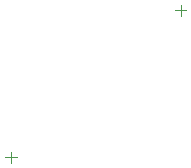
<source format=gbr>
%TF.GenerationSoftware,Altium Limited,Altium Designer,21.9.2 (33)*%
G04 Layer_Color=0*
%FSLAX45Y45*%
%MOMM*%
%TF.SameCoordinates,8C9FB855-A7A5-4AEE-82B0-D85B10D48A85*%
%TF.FilePolarity,Positive*%
%TF.FileFunction,Other,Top_Component_Center*%
%TF.Part,Single*%
G01*
G75*
%TA.AperFunction,NonConductor*%
%ADD69C,0.10000*%
D69*
X14224001Y8478205D02*
Y8578205D01*
X14174004Y8528202D02*
X14274002D01*
X12738898Y7283602D02*
X12838898D01*
X12788900Y7233600D02*
Y7333600D01*
%TF.MD5,7c471c3b535413abb733072bc3ba89ee*%
M02*

</source>
